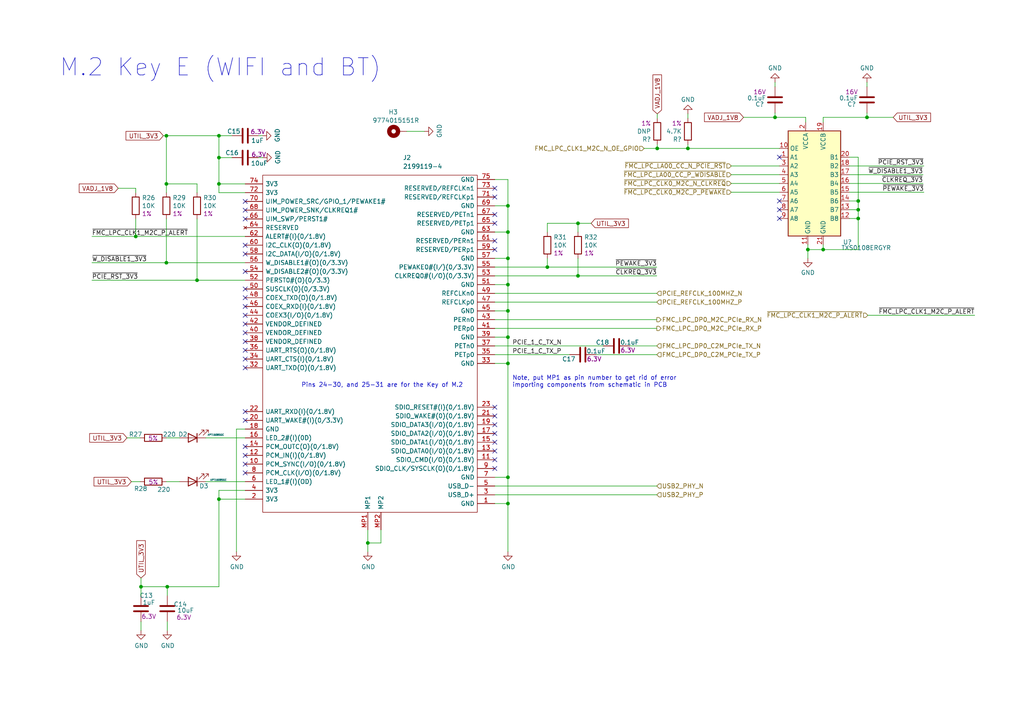
<source format=kicad_sch>
(kicad_sch (version 20230121) (generator eeschema)
  (paper "A4")
  (title_block (title "VincuLink FMC") (rev "1.0") (company "ApotheoTech LLC") (comment 1 "Author: Chance Reimer") (comment 2 "FMC for M.2 Key E") (comment 3 "Pi Hats, and Digilent PMOD connectors"))
  (lib_symbols
    (symbol "Device:C" (pin_numbers hide) (pin_names (offset 0.254))
      (property "Reference" "C" (at 0.635 2.54 0))
      (property "Value" "C" (at 0.635 -2.54 0))
      (symbol "C_0_1"
        (polyline (pts (xy -2.032 -0.762) (xy 2.032 -0.762)) (stroke (width 0.508)))
        (polyline (pts (xy -2.032 0.762) (xy 2.032 0.762)) (stroke (width 0.508)))
      )
      (symbol "C_1_1"
        (pin passive line (at 0 3.81 270) (length 2.794) (name "~") (number "1"))
        (pin passive line (at 0 -3.81 90) (length 2.794) (name "~") (number "2"))
      )
    )
    (symbol "Device:LED" (pin_numbers hide) (pin_names (offset 1.016) hide)
      (property "Reference" "D" (at 0 2.54 0))
      (property "Value" "LED" (at 0 -2.54 0))
      (symbol "LED_0_1"
        (polyline (pts (xy -1.27 -1.27) (xy -1.27 1.27)) (stroke (width 0.254)))
        (polyline (pts (xy -1.27 0) (xy 1.27 0)))
        (polyline (pts (xy 1.27 -1.27) (xy 1.27 1.27) (xy -1.27 0) (xy 1.27 -1.27)) (stroke (width 0.254)))
        (polyline (pts (xy -3.048 -0.762) (xy -4.572 -2.286) (xy -3.81 -2.286) (xy -4.572 -2.286) (xy -4.572 -1.524)))
        (polyline (pts (xy -1.778 -0.762) (xy -3.302 -2.286) (xy -2.54 -2.286) (xy -3.302 -2.286) (xy -3.302 -1.524)))
      )
      (symbol "LED_1_1"
        (pin passive line (at -3.81 0 0) (length 2.54) (name "K") (number "1"))
        (pin passive line (at 3.81 0 180) (length 2.54) (name "A") (number "2"))
      )
    )
    (symbol "Device:R" (pin_numbers hide) (pin_names (offset 0))
      (property "Reference" "R" (at 2.032 0 90))
      (property "Value" "R" (at 0 0 90))
      (symbol "R_0_1"
        (rectangle (start -1.016 -2.54) (end 1.016 2.54) (stroke (width 0.254)))
      )
      (symbol "R_1_1"
        (pin passive line (at 0 3.81 270) (length 1.27) (name "~") (number "1"))
        (pin passive line (at 0 -3.81 90) (length 1.27) (name "~") (number "2"))
      )
    )
    (symbol "pi_hat_lib:2199119-4" (pin_names (offset 0.762))
      (property "Reference" "J" (at 10.16 48.26 0))
      (property "Value" "2199119-4" (at 10.16 54.61 0))
      (symbol "2199119-4_0_0"
        (pin power_in line (at 36.83 -43.18 180) (length 5.08) (name "GND") (number "1"))
        (pin bidirectional line (at -35.56 -31.75 0) (length 5.08) (name "PCM_SYNC(I/O)(0/1.8V)") (number "10"))
        (pin passive line (at 36.83 -30.48 180) (length 5.08) (name "SDIO_CMD(I/O)(0/1.8V)") (number "11"))
        (pin power_in line (at -35.56 -41.91 0) (length 5.08) (name "3V3") (number "2"))
        (pin input line (at -35.56 -19.05 0) (length 5.08) (name "UART_WAKE#(I)(0/3.3V)") (number "20"))
        (pin passive line (at 36.83 -17.78 180) (length 5.08) (name "SDIO_WAKE#(0)(0/1.8V)") (number "21"))
        (pin input line (at -35.56 -16.51 0) (length 5.08) (name "UART_RXD(I)(0/1.8V)") (number "22"))
        (pin passive line (at 36.83 -15.24 180) (length 5.08) (name "SDIO_RESET#(I)(0/1.8V)") (number "23"))
        (pin passive line (at 36.83 -40.64 180) (length 5.08) (name "USB_D+") (number "3"))
        (pin output line (at -35.56 -3.81 0) (length 5.08) (name "UART_TXD(O)(0/1.8V)") (number "32"))
        (pin power_in line (at 36.83 -2.54 180) (length 5.08) (name "GND") (number "33"))
        (pin input line (at -35.56 -1.27 0) (length 5.08) (name "UART_CTS(I)(0/1.8V)") (number "34"))
        (pin passive line (at 36.83 0 180) (length 5.08) (name "PETp0") (number "35"))
        (pin output line (at -35.56 1.27 0) (length 5.08) (name "UART_RTS(O)(0/1.8V)") (number "36"))
        (pin passive line (at 36.83 2.54 180) (length 5.08) (name "PETn0") (number "37"))
        (pin passive line (at -35.56 3.81 0) (length 5.08) (name "VENDOR_DEFINED") (number "38"))
        (pin power_in line (at 36.83 5.08 180) (length 5.08) (name "GND") (number "39"))
        (pin power_in line (at -35.56 -39.37 0) (length 5.08) (name "3V3") (number "4"))
        (pin passive line (at -35.56 6.35 0) (length 5.08) (name "VENDOR_DEFINED") (number "40"))
        (pin passive line (at 36.83 7.62 180) (length 5.08) (name "PERp0") (number "41"))
        (pin passive line (at -35.56 8.89 0) (length 5.08) (name "VENDOR_DEFINED") (number "42"))
        (pin passive line (at 36.83 10.16 180) (length 5.08) (name "PERn0") (number "43"))
        (pin bidirectional line (at -35.56 11.43 0) (length 5.08) (name "COEX3(I/O)(0/1.8V)") (number "44"))
        (pin power_in line (at 36.83 12.7 180) (length 5.08) (name "GND") (number "45"))
        (pin input line (at -35.56 13.97 0) (length 5.08) (name "COEX_RXD(I)(0/1.8V)") (number "46"))
        (pin passive line (at 36.83 15.24 180) (length 5.08) (name "REFCLKp0") (number "47"))
        (pin output line (at -35.56 16.51 0) (length 5.08) (name "COEX_TXD(O)(0/1.8V)") (number "48"))
        (pin passive line (at 36.83 17.78 180) (length 5.08) (name "REFCLKn0") (number "49"))
        (pin passive line (at 36.83 -38.1 180) (length 5.08) (name "USB_D-") (number "5"))
        (pin output line (at -35.56 19.05 0) (length 5.08) (name "SUSCLK(0)(0/3.3V)") (number "50"))
        (pin power_in line (at 36.83 20.32 180) (length 5.08) (name "GND") (number "51"))
        (pin output line (at -35.56 21.59 0) (length 5.08) (name "PERST0#(O)(0/3.3)") (number "52"))
        (pin passive line (at 36.83 22.86 180) (length 5.08) (name "CLKREQ0#(I/O)(0/3.3V)") (number "53"))
        (pin output line (at -35.56 24.13 0) (length 5.08) (name "W_DISABLE2#(O)(0/3.3V)") (number "54"))
        (pin passive line (at 36.83 25.4 180) (length 5.08) (name "PEWAKE0#(I/)(0/3.3V)") (number "55"))
        (pin output line (at -35.56 26.67 0) (length 5.08) (name "W_DISABLE1#(O)(0/3.3V)") (number "56"))
        (pin power_in line (at 36.83 27.94 180) (length 5.08) (name "GND") (number "57"))
        (pin bidirectional line (at -35.56 29.21 0) (length 5.08) (name "I2C_DATA(I/O)(0/1.8V)") (number "58"))
        (pin passive line (at 36.83 30.48 180) (length 5.08) (name "RESERVED/PERp1") (number "59"))
        (pin input line (at -35.56 -36.83 0) (length 5.08) (name "LED_1#(I)(OD)") (number "6"))
        (pin output line (at -35.56 31.75 0) (length 5.08) (name "I2C_CLK(O)(0/1.8V)") (number "60"))
        (pin passive line (at 36.83 33.02 180) (length 5.08) (name "RESERVED/PERn1") (number "61"))
        (pin input line (at -35.56 34.29 0) (length 5.08) (name "ALERT#(I)(0/1.8V)") (number "62"))
        (pin power_in line (at 36.83 35.56 180) (length 5.08) (name "GND") (number "63"))
        (pin no_connect line (at -35.56 36.83 0) (length 5.08) (name "RESERVED") (number "64"))
        (pin passive line (at 36.83 38.1 180) (length 5.08) (name "RESERVED/PETp1") (number "65"))
        (pin passive line (at -35.56 39.37 0) (length 5.08) (name "UIM_SWP/PERST1#") (number "66"))
        (pin passive line (at 36.83 40.64 180) (length 5.08) (name "RESERVED/PETn1") (number "67"))
        (pin passive line (at -35.56 41.91 0) (length 5.08) (name "UIM_POWER_SNK/CLKREQ1#") (number "68"))
        (pin power_in line (at 36.83 43.18 180) (length 5.08) (name "GND") (number "69"))
        (pin power_in line (at 36.83 -35.56 180) (length 5.08) (name "GND") (number "7"))
        (pin passive line (at -35.56 44.45 0) (length 5.08) (name "UIM_POWER_SRC/GPIO_1/PEWAKE1#") (number "70"))
        (pin passive line (at 36.83 45.72 180) (length 5.08) (name "RESERVED/REFCLKp1") (number "71"))
        (pin power_in line (at -35.56 46.99 0) (length 5.08) (name "3V3") (number "72"))
        (pin passive line (at 36.83 48.26 180) (length 5.08) (name "RESERVED/REFCLKn1") (number "73"))
        (pin power_in line (at -35.56 49.53 0) (length 5.08) (name "3V3") (number "74"))
        (pin power_in line (at 36.83 50.8 180) (length 5.08) (name "GND") (number "75"))
        (pin bidirectional line (at -35.56 -34.29 0) (length 5.08) (name "PCM_CLK(I/O)(0/1.8V)") (number "8"))
        (pin passive line (at 36.83 -33.02 180) (length 5.08) (name "SDIO_CLK/SYSCLK(O)(0/1.8V)") (number "9"))
        (pin passive line (at 0 -50.8 90) (length 5.08) (name "MP1") (number "MP1"))
        (pin passive line (at 3.81 -50.8 90) (length 5.08) (name "MP2") (number "MP2"))
      )
      (symbol "2199119-4_0_1"
        (rectangle (start -30.48 52.07) (end 31.75 -45.72))
      )
      (symbol "2199119-4_1_1"
        (pin input line (at -35.56 -29.21 0) (length 5.08) (name "PCM_IN(I)(0/1.8V)") (number "12"))
        (pin passive line (at 36.83 -27.94 180) (length 5.08) (name "SDIO_DATA0(I/0)(0/1.8V)") (number "13"))
        (pin output line (at -35.56 -26.67 0) (length 5.08) (name "PCM_OUTC(O)(0/1.8V)") (number "14"))
        (pin passive line (at 36.83 -25.4 180) (length 5.08) (name "SDIO_DATA1(I/0)(0/1.8V)") (number "15"))
        (pin input line (at -35.56 -24.13 0) (length 5.08) (name "LED_2#(I)(0D)") (number "16"))
        (pin passive line (at 36.83 -22.86 180) (length 5.08) (name "SDIO_DATA2(I/0)(0/1.8V)") (number "17"))
        (pin power_in line (at -35.56 -21.59 0) (length 5.08) (name "GND") (number "18"))
        (pin passive line (at 36.83 -20.32 180) (length 5.08) (name "SDIO_DATA3(I/0)(0/1.8V)") (number "19"))
      )
    )
    (symbol "pi_hat_lib:9774015151R" (pin_numbers hide) (pin_names (offset 1.016) hide)
      (property "Reference" "H" (at 0 6.35 0))
      (property "Value" "9774015151R" (at 0 4.445 0))
      (symbol "9774015151R_0_1"
        (circle (center 0 1.27) (radius 1.27) (stroke (width 1.27)))
      )
      (symbol "9774015151R_1_1"
        (pin input line (at 0 -2.54 90) (length 2.54) (name "1") (number "1"))
      )
    )
    (symbol "pi_hat_lib:TXS0108EPW"
      (property "Reference" "U" (at -6.35 16.51 0))
      (property "Value" "TXS0108ERGYR" (at 3.81 16.51 0))
      (symbol "TXS0108EPW_0_1"
        (rectangle (start -7.62 15.24) (end 7.62 -15.24) (stroke (width 0.254)) (fill (type background)))
      )
      (symbol "TXS0108EPW_1_1"
        (pin bidirectional line (at -10.16 7.62 0) (length 2.54) (name "A1") (number "1"))
        (pin input line (at -10.16 10.16 0) (length 2.54) (name "OE") (number "10"))
        (pin power_in line (at -1.905 -17.78 90) (length 2.54) (name "GND") (number "11"))
        (pin bidirectional line (at 10.16 -10.16 180) (length 2.54) (name "B8") (number "12"))
        (pin bidirectional line (at 10.16 -7.62 180) (length 2.54) (name "B7") (number "13"))
        (pin bidirectional line (at 10.16 -5.08 180) (length 2.54) (name "B6") (number "14"))
        (pin bidirectional line (at 10.16 -2.54 180) (length 2.54) (name "B5") (number "15"))
        (pin bidirectional line (at 10.16 0 180) (length 2.54) (name "B4") (number "16"))
        (pin bidirectional line (at 10.16 2.54 180) (length 2.54) (name "B3") (number "17"))
        (pin bidirectional line (at 10.16 5.08 180) (length 2.54) (name "B2") (number "18"))
        (pin power_in line (at 2.54 17.78 270) (length 2.54) (name "VCCB") (number "19"))
        (pin power_in line (at -2.54 17.78 270) (length 2.54) (name "VCCA") (number "2"))
        (pin bidirectional line (at 10.16 7.62 180) (length 2.54) (name "B1") (number "20"))
        (pin power_in line (at 2.54 -17.78 90) (length 2.54) (name "GND") (number "21"))
        (pin bidirectional line (at -10.16 5.08 0) (length 2.54) (name "A2") (number "3"))
        (pin bidirectional line (at -10.16 2.54 0) (length 2.54) (name "A3") (number "4"))
        (pin bidirectional line (at -10.16 0 0) (length 2.54) (name "A4") (number "5"))
        (pin bidirectional line (at -10.16 -2.54 0) (length 2.54) (name "A5") (number "6"))
        (pin bidirectional line (at -10.16 -5.08 0) (length 2.54) (name "A6") (number "7"))
        (pin bidirectional line (at -10.16 -7.62 0) (length 2.54) (name "A7") (number "8"))
        (pin bidirectional line (at -10.16 -10.16 0) (length 2.54) (name "A8") (number "9"))
      )
    )
    (symbol "power:GND" (power) (pin_names (offset 0))
      (property "Value" "GND" (at 0 -3.81 0))
      (symbol "GND_0_1"
        (polyline (pts (xy 0 0) (xy 0 -1.27) (xy 1.27 -1.27) (xy 0 -2.54) (xy -1.27 -1.27) (xy 0 -1.27)))
      )
      (symbol "GND_1_1"
        (pin power_in line (at 0 0 270) (length 0) hide (name "GND") (number "1"))
      )
    )
  )
  (junction (at 48.26 39.37))
  (junction (at 199.517 43.053))
  (junction (at 147.32 90.17))
  (junction (at 238.76 72.39))
  (junction (at 48.26 76.2))
  (junction (at 147.32 74.93))
  (junction (at 190.627 43.053))
  (junction (at 39.37 68.58))
  (junction (at 48.26 53.34))
  (junction (at 147.32 82.55))
  (junction (at 106.68 157.48))
  (junction (at 158.75 77.47))
  (junction (at 234.315 72.39))
  (junction (at 248.92 63.373))
  (junction (at 224.79 34.036))
  (junction (at 248.92 58.293))
  (junction (at 147.32 97.79))
  (junction (at 251.46 34.036))
  (junction (at 40.894 170.18))
  (junction (at 63.5 144.78))
  (junction (at 63.5 39.37))
  (junction (at 167.64 80.01))
  (junction (at 147.32 146.05))
  (junction (at 147.32 67.31))
  (junction (at 147.32 105.41))
  (junction (at 63.5 45.72))
  (junction (at 147.32 59.69))
  (junction (at 167.64 64.77))
  (junction (at 248.92 60.833))
  (junction (at 57.15 81.28))
  (junction (at 48.514 170.18))
  (junction (at 147.32 138.43))
  (junction (at 63.5 53.34))
  (no_connect (at 71.12 99.06))
  (no_connect (at 143.51 54.61))
  (no_connect (at 71.12 137.16))
  (no_connect (at 143.51 62.23))
  (no_connect (at 71.12 93.98))
  (no_connect (at 71.12 106.68))
  (no_connect (at 71.12 73.66))
  (no_connect (at 71.12 91.44))
  (no_connect (at 71.12 71.12))
  (no_connect (at 71.12 101.6))
  (no_connect (at 71.12 88.9))
  (no_connect (at 143.51 69.85))
  (no_connect (at 71.12 119.38))
  (no_connect (at 71.12 78.74))
  (no_connect (at 143.51 118.11))
  (no_connect (at 143.51 72.39))
  (no_connect (at 71.12 86.36))
  (no_connect (at 226.06 60.833))
  (no_connect (at 71.12 58.42))
  (no_connect (at 71.12 132.08))
  (no_connect (at 71.12 96.52))
  (no_connect (at 143.51 128.27))
  (no_connect (at 71.12 129.54))
  (no_connect (at 71.12 121.92))
  (no_connect (at 226.06 58.293))
  (no_connect (at 71.12 134.62))
  (no_connect (at 143.51 123.19))
  (no_connect (at 143.51 133.35))
  (no_connect (at 143.51 64.77))
  (no_connect (at 143.51 130.81))
  (no_connect (at 71.12 60.96))
  (no_connect (at 71.12 63.5))
  (no_connect (at 71.12 104.14))
  (no_connect (at 143.51 135.89))
  (no_connect (at 226.06 45.593))
  (no_connect (at 143.51 120.65))
  (no_connect (at 71.12 83.82))
  (no_connect (at 143.51 57.15))
  (no_connect (at 226.06 63.373))
  (no_connect (at 143.51 125.73))
  (wire (pts (xy 238.76 34.036) (xy 251.46 34.036)))
  (wire (pts (xy 182.626 100.33) (xy 190.5 100.33)))
  (wire (pts (xy 147.32 74.93) (xy 143.51 74.93)))
  (wire (pts (xy 167.64 64.77) (xy 171.45 64.77)))
  (wire (pts (xy 47.371 39.37) (xy 48.26 39.37)))
  (wire (pts (xy 212.09 50.673) (xy 226.06 50.673)))
  (wire (pts (xy 248.92 60.833) (xy 248.92 63.373)))
  (wire (pts (xy 158.75 77.47) (xy 190.5 77.47)))
  (wire (pts (xy 63.5 142.24) (xy 71.12 142.24)))
  (wire (pts (xy 167.64 80.01) (xy 190.5 80.01)))
  (wire (pts (xy 147.32 82.55) (xy 147.32 90.17)))
  (wire (pts (xy 63.5 45.72) (xy 67.31 45.72)))
  (wire (pts (xy 48.26 63.5) (xy 48.26 76.2)))
  (wire (pts (xy 147.32 138.43) (xy 147.32 146.05)))
  (wire (pts (xy 147.32 67.31) (xy 147.32 74.93)))
  (wire (pts (xy 40.894 170.18) (xy 40.894 172.72)))
  (wire (pts (xy 147.32 82.55) (xy 143.51 82.55)))
  (wire (pts (xy 167.64 74.93) (xy 167.64 80.01)))
  (wire (pts (xy 147.32 67.31) (xy 143.51 67.31)))
  (wire (pts (xy 57.15 53.34) (xy 48.26 53.34)))
  (wire (pts (xy 147.32 138.43) (xy 143.51 138.43)))
  (wire (pts (xy 143.51 77.47) (xy 158.75 77.47)))
  (wire (pts (xy 63.5 45.72) (xy 63.5 39.37)))
  (wire (pts (xy 267.97 55.753) (xy 246.38 55.753)))
  (wire (pts (xy 59.69 139.7) (xy 71.12 139.7)))
  (wire (pts (xy 63.5 39.37) (xy 67.31 39.37)))
  (wire (pts (xy 248.92 58.293) (xy 246.38 58.293)))
  (wire (pts (xy 68.58 124.46) (xy 68.58 160.02)))
  (wire (pts (xy 251.46 32.766) (xy 251.46 34.036)))
  (wire (pts (xy 34.29 54.61) (xy 39.37 54.61)))
  (wire (pts (xy 63.5 45.72) (xy 63.5 53.34)))
  (wire (pts (xy 143.51 95.25) (xy 190.5 95.25)))
  (wire (pts (xy 57.15 63.5) (xy 57.15 81.28)))
  (wire (pts (xy 71.12 81.28) (xy 57.15 81.28)))
  (wire (pts (xy 48.26 53.34) (xy 48.26 55.88)))
  (wire (pts (xy 36.83 127) (xy 40.64 127)))
  (wire (pts (xy 238.76 70.993) (xy 238.76 72.39)))
  (wire (pts (xy 147.32 90.17) (xy 147.32 97.79)))
  (wire (pts (xy 234.315 70.993) (xy 234.315 72.39)))
  (wire (pts (xy 143.51 143.51) (xy 190.5 143.51)))
  (wire (pts (xy 190.627 43.053) (xy 199.517 43.053)))
  (wire (pts (xy 143.51 140.97) (xy 190.5 140.97)))
  (wire (pts (xy 63.5 144.78) (xy 63.5 170.18)))
  (wire (pts (xy 212.09 55.753) (xy 226.06 55.753)))
  (wire (pts (xy 40.894 170.18) (xy 40.894 167.64)))
  (wire (pts (xy 251.714 91.44) (xy 282.702 91.44)))
  (wire (pts (xy 143.51 100.33) (xy 175.006 100.33)))
  (wire (pts (xy 147.32 74.93) (xy 147.32 82.55)))
  (wire (pts (xy 167.64 64.77) (xy 167.64 67.31)))
  (wire (pts (xy 57.15 81.28) (xy 26.67 81.28)))
  (wire (pts (xy 63.5 53.34) (xy 63.5 55.88)))
  (wire (pts (xy 234.315 72.39) (xy 234.315 74.93)))
  (wire (pts (xy 158.75 74.93) (xy 158.75 77.47)))
  (wire (pts (xy 39.37 63.5) (xy 39.37 68.58)))
  (wire (pts (xy 57.15 55.88) (xy 57.15 53.34)))
  (wire (pts (xy 267.716 50.673) (xy 246.38 50.673)))
  (wire (pts (xy 248.92 45.593) (xy 248.92 58.293)))
  (wire (pts (xy 39.37 54.61) (xy 39.37 55.88)))
  (wire (pts (xy 48.514 170.18) (xy 40.894 170.18)))
  (wire (pts (xy 143.51 85.09) (xy 190.5 85.09)))
  (wire (pts (xy 224.79 34.036) (xy 233.68 34.036)))
  (wire (pts (xy 143.51 52.07) (xy 147.32 52.07)))
  (wire (pts (xy 238.76 34.036) (xy 238.76 35.433)))
  (wire (pts (xy 251.46 34.036) (xy 259.08 34.036)))
  (wire (pts (xy 190.627 33.02) (xy 190.627 34.29)))
  (wire (pts (xy 76.2 45.72) (xy 74.93 45.72)))
  (wire (pts (xy 74.93 39.37) (xy 76.073 39.37)))
  (wire (pts (xy 233.68 35.433) (xy 233.68 34.036)))
  (wire (pts (xy 147.32 90.17) (xy 143.51 90.17)))
  (wire (pts (xy 48.514 172.72) (xy 48.514 170.18)))
  (wire (pts (xy 158.75 67.31) (xy 158.75 64.77)))
  (wire (pts (xy 117.983 38.1) (xy 123.063 38.1)))
  (wire (pts (xy 190.5 102.87) (xy 172.847 102.87)))
  (wire (pts (xy 224.79 25.146) (xy 224.79 23.876)))
  (wire (pts (xy 246.38 45.593) (xy 248.92 45.593)))
  (wire (pts (xy 147.32 105.41) (xy 147.32 138.43)))
  (wire (pts (xy 63.5 144.78) (xy 63.5 142.24)))
  (wire (pts (xy 147.32 97.79) (xy 147.32 105.41)))
  (wire (pts (xy 199.517 43.053) (xy 226.06 43.053)))
  (wire (pts (xy 143.51 92.71) (xy 190.5 92.71)))
  (wire (pts (xy 38.1 139.7) (xy 40.64 139.7)))
  (wire (pts (xy 246.38 60.833) (xy 248.92 60.833)))
  (wire (pts (xy 147.32 160.02) (xy 147.32 146.05)))
  (wire (pts (xy 158.75 64.77) (xy 167.64 64.77)))
  (wire (pts (xy 147.32 146.05) (xy 143.51 146.05)))
  (wire (pts (xy 63.5 53.34) (xy 71.12 53.34)))
  (wire (pts (xy 106.68 157.48) (xy 106.68 160.02)))
  (wire (pts (xy 71.12 144.78) (xy 63.5 144.78)))
  (wire (pts (xy 147.32 97.79) (xy 143.51 97.79)))
  (wire (pts (xy 251.46 25.146) (xy 251.46 23.876)))
  (wire (pts (xy 71.12 68.58) (xy 39.37 68.58)))
  (wire (pts (xy 106.68 157.48) (xy 110.49 157.48)))
  (wire (pts (xy 48.26 139.7) (xy 52.07 139.7)))
  (wire (pts (xy 63.5 55.88) (xy 71.12 55.88)))
  (wire (pts (xy 143.51 102.87) (xy 165.227 102.87)))
  (wire (pts (xy 110.49 157.48) (xy 110.49 153.67)))
  (wire (pts (xy 267.716 53.213) (xy 246.38 53.213)))
  (wire (pts (xy 224.79 32.766) (xy 224.79 34.036)))
  (wire (pts (xy 48.26 127) (xy 52.07 127)))
  (wire (pts (xy 212.09 53.213) (xy 226.06 53.213)))
  (wire (pts (xy 143.51 87.63) (xy 190.5 87.63)))
  (wire (pts (xy 248.92 63.373) (xy 248.92 72.39)))
  (wire (pts (xy 48.26 39.37) (xy 48.26 53.34)))
  (wire (pts (xy 48.514 170.18) (xy 63.5 170.18)))
  (wire (pts (xy 147.32 59.69) (xy 147.32 67.31)))
  (wire (pts (xy 190.627 41.91) (xy 190.627 43.053)))
  (wire (pts (xy 59.69 127) (xy 71.12 127)))
  (wire (pts (xy 199.517 41.91) (xy 199.517 43.053)))
  (wire (pts (xy 147.32 52.07) (xy 147.32 59.69)))
  (wire (pts (xy 48.26 39.37) (xy 63.5 39.37)))
  (wire (pts (xy 199.517 33.02) (xy 199.517 34.29)))
  (wire (pts (xy 71.12 76.2) (xy 48.26 76.2)))
  (wire (pts (xy 40.894 180.34) (xy 40.894 182.88)))
  (wire (pts (xy 267.97 48.133) (xy 246.38 48.133)))
  (wire (pts (xy 248.92 63.373) (xy 246.38 63.373)))
  (wire (pts (xy 48.26 76.2) (xy 26.67 76.2)))
  (wire (pts (xy 143.51 80.01) (xy 167.64 80.01)))
  (wire (pts (xy 238.76 72.39) (xy 234.315 72.39)))
  (wire (pts (xy 147.32 105.41) (xy 143.51 105.41)))
  (wire (pts (xy 186.817 43.053) (xy 190.627 43.053)))
  (wire (pts (xy 248.92 58.293) (xy 248.92 60.833)))
  (wire (pts (xy 39.37 68.58) (xy 26.67 68.58)))
  (wire (pts (xy 215.646 34.036) (xy 224.79 34.036)))
  (wire (pts (xy 48.514 180.34) (xy 48.514 182.88)))
  (wire (pts (xy 248.92 72.39) (xy 238.76 72.39)))
  (wire (pts (xy 106.68 153.67) (xy 106.68 157.48)))
  (wire (pts (xy 71.12 124.46) (xy 68.58 124.46)))
  (wire (pts (xy 212.09 48.133) (xy 226.06 48.133)))
  (wire (pts (xy 147.32 59.69) (xy 143.51 59.69)))
  (text "Pins 24-30, and 25-31 are for the Key of M.2" (at 87.376 112.522 0) (effects (font (size 1.27 1.27)) (justify left bottom)))
  (text "M.2 Key E (WIFI and BT)" (at 17.145 22.606 0) (effects (font (size 5 5)) (justify left bottom)))
  (text "Note, put MP1 as pin number to get rid of error\nimporting components from schematic in PCB" (at 148.59 112.522 0) (effects (font (size 1.27 1.27)) (justify left bottom)))
  (label "~{W_DISABLE1_3V3}" (at 26.67 76.2 0))
  (label "~{PCIE_RST_3V3}" (at 26.67 81.28 0))
  (label "~{CLKREQ_3V3}" (at 190.5 80.01 180))
  (label "PCIE_1_C_TX_N" (at 148.59 100.33 0))
  (label "~{PCIE_RST_3V3}" (at 267.97 48.133 180))
  (label "~{CLKREQ_3V3}" (at 267.716 53.213 180))
  (label "~{W_DISABLE1_3V3}" (at 267.716 50.673 180))
  (label "~{FMC_LPC_CLK1_M2C_P_ALERT}" (at 26.67 68.58 0))
  (label "~{FMC_LPC_CLK1_M2C_P_ALERT}" (at 282.702 91.44 180))
  (label "~{PEWAKE_3V3}" (at 267.97 55.753 180))
  (label "~{PEWAKE_3V3}" (at 190.5 77.47 180))
  (label "PCIE_1_C_TX_P" (at 148.59 102.87 0))
  (global_label "UTIL_3V3" (shape input) (at 47.371 39.37 180) (property "Intersheetrefs" "${INTERSHEET_REFS}" (effects hide)))
  (global_label "VADJ_1V8" (shape input) (at 190.627 33.02 90) (property "Intersheetrefs" "${INTERSHEET_REFS}" (effects hide)))
  (global_label "VADJ_1V8" (shape input) (at 215.646 34.036 180) (property "Intersheetrefs" "${INTERSHEET_REFS}" (effects hide)))
  (global_label "UTIL_3V3" (shape input) (at 40.894 167.64 90) (property "Intersheetrefs" "${INTERSHEET_REFS}" (effects hide)))
  (global_label "UTIL_3V3" (shape input) (at 36.83 127 180) (property "Intersheetrefs" "${INTERSHEET_REFS}" (effects hide)))
  (global_label "VADJ_1V8" (shape input) (at 34.29 54.61 180) (property "Intersheetrefs" "${INTERSHEET_REFS}" (effects hide)))
  (global_label "UTIL_3V3" (shape input) (at 38.1 139.7 180) (property "Intersheetrefs" "${INTERSHEET_REFS}" (effects hide)))
  (global_label "UTIL_3V3" (shape input) (at 171.45 64.77 0) (property "Intersheetrefs" "${INTERSHEET_REFS}" (effects hide)))
  (global_label "UTIL_3V3" (shape input) (at 259.08 34.036 0) (property "Intersheetrefs" "${INTERSHEET_REFS}" (effects hide)))
  (hierarchical_label "USB2_PHY_N" (shape input) (at 190.5 140.97 0))
  (hierarchical_label "USB2_PHY_P" (shape input) (at 190.5 143.51 0))
  (hierarchical_label "~{FMC_LPC_LA00_CC_N_PCIE_RST}" (shape input) (at 212.09 48.133 180))
  (hierarchical_label "~{FMC_LPC_CLK1_M2C_P_ALERT}" (shape input) (at 251.714 91.44 180))
  (hierarchical_label "FMC_LPC_DP0_M2C_PCIe_RX_N" (shape output) (at 190.5 92.71 0))
  (hierarchical_label "~{FMC_LPC_CLK0_M2C_P_PEWAKE}" (shape input) (at 212.09 55.753 180))
  (hierarchical_label "FMC_LPC_DP0_M2C_PCIe_RX_P" (shape output) (at 190.5 95.25 0))
  (hierarchical_label "~{FMC_LPC_CLK0_M2C_N_CLKREQ}" (shape input) (at 212.09 53.213 180))
  (hierarchical_label "FMC_LPC_DP0_C2M_PCIe_TX_P" (shape input) (at 190.5 102.87 0))
  (hierarchical_label "FMC_LPC_CLK1_M2C_N_OE_GPIO" (shape input) (at 186.817 43.053 180))
  (hierarchical_label "PCIE_REFCLK_100MHZ_N" (shape input) (at 190.5 85.09 0))
  (hierarchical_label "~{FMC_LPC_LA00_CC_P_WDISABLE}" (shape input) (at 212.09 50.673 180))
  (hierarchical_label "PCIE_REFCLK_100MHZ_P" (shape input) (at 190.5 87.63 0))
  (hierarchical_label "FMC_LPC_DP0_C2M_PCIe_TX_N" (shape input) (at 190.5 100.33 0))
  (symbol (lib_id "pi_hat_lib:2199119-4") (at 106.68 102.87 0) (unit 1)
    (property "Reference" "J2" (at 116.84 45.72 0) (effects (justify left)))
    (property "Value" "2199119-4" (at 116.84 48.26 0) (effects (justify left)))
    (property "Footprint" "apotheotech_lib:2199119-4" (effects hide))
    (property "Description" "AMP - TE CONNECTIVITY - 2199119-3 - CONNECTOR, BACKPLANE, HOUSING, RECEPTACLE, 67 POSITION, 2ROW" (effects hide))
    (property "Height" "3.2" (effects hide))
    (property "Mouser Part Number" "571-2199119-4" (effects hide))
    (property "Mouser Price/Stock" "https://www.mouser.com/ProductDetail/TE-Connectivity/2199119-4/?qs=EQCnRgr4b6HleVSqFeBacg%3D%3D" (effects hide))
    (property "Manufacturer_Name" "TE Connectivity" (effects hide))
    (property "Manufacturer_Part_Number" "2199119-4" (effects hide))
    (instances (project "pi_hat" (path "" (reference "J2") (unit 1))) (project "Xavier_NX_Carrier_Board" (path "" (reference "J?") (unit 1))))
  )
  (symbol (lib_id "power:GND") (at 106.68 160.02 0) (unit 1)
    (property "Reference" "#PWR032" (effects hide))
    (property "Value" "GND" (at 106.807 164.4142 0))
  )
  (symbol (lib_id "power:GND") (at 147.32 160.02 0) (unit 1)
    (property "Reference" "#PWR034" (effects hide))
    (property "Value" "GND" (at 147.447 164.4142 0))
  )
  (symbol (lib_id "power:GND") (at 68.58 160.02 0) (unit 1)
    (property "Reference" "#PWR029" (effects hide))
    (property "Value" "GND" (at 68.707 164.4142 0))
  )
  (symbol (lib_id "Device:C") (at 178.816 100.33 90) (unit 1)
    (property "Reference" "C18" (at 174.752 99.314 90))
    (property "Value" "0.1uF" (at 182.626 99.314 90))
    (property "Footprint" "Capacitor_SMD:C_0402_1005Metric" (effects hide))
    (property "PartNumber" "C1005X5R0J104K050BA" (effects hide))
    (property "Tol" "10" (effects hide))
    (property "Voltage" "6.3V" (at 182.118 101.6 90))
    (instances (project "pi_hat" (path "" (reference "C18") (unit 1))) (project "Xavier_NX_Carrier_Board" (path "" (reference "C?") (unit 1)) (path "" (reference "C?") (unit 1))))
  )
  (symbol (lib_id "Device:C") (at 169.037 102.87 90) (unit 1)
    (property "Reference" "C17" (at 164.973 104.14 90))
    (property "Value" "0.1uF" (at 172.847 101.854 90))
    (property "Footprint" "Capacitor_SMD:C_0402_1005Metric" (effects hide))
    (property "PartNumber" "C1005X5R0J104K050BA" (effects hide))
    (property "Tol" "10" (effects hide))
    (property "Voltage" "6.3V" (at 172.339 104.14 90))
    (instances (project "pi_hat" (path "" (reference "C17") (unit 1))) (project "Xavier_NX_Carrier_Board" (path "" (reference "C?") (unit 1)) (path "" (reference "C?") (unit 1))))
  )
  (symbol (lib_id "Device:R") (at 44.45 139.7 270) (unit 1)
    (property "Reference" "R28" (at 38.862 141.732 90) (effects (justify left)))
    (property "Value" "220" (at 45.593 141.986 90) (effects (justify left)))
    (property "Footprint" "Resistor_SMD:R_0402_1005Metric" (effects hide))
    (property "PartNumber" "RC0402JR-07220RL" (effects hide))
    (property "Tol" "5%" (at 43.053 139.827 90) (effects (justify left)))
    (instances (project "pi_hat" (path "" (reference "R28") (unit 1))) (project "Xavier_NX_Carrier_Board" (path "" (reference "R?") (unit 1)) (path "" (reference "R?") (unit 1))))
  )
  (symbol (lib_id "Device:LED") (at 55.88 139.7 180) (unit 1)
    (property "Reference" "D3" (at 57.785 140.97 0) (effects (justify right)))
    (property "Value" "APT1608SGC" (at 60.96 139.192 0) (effects (font (size 0.5 0.5)) (justify right)))
    (property "Footprint" "LED_SMD:LED_0603_1608Metric" (effects hide))
    (instances (project "pi_hat" (path "" (reference "D3") (unit 1))) (project "Xavier_NX_Carrier_Board" (path "" (reference "D?") (unit 1)) (path "" (reference "D?") (unit 1))))
  )
  (symbol (lib_id "Device:R") (at 44.45 127 90) (unit 1)
    (property "Reference" "R27" (at 41.275 125.984 90) (effects (justify left)))
    (property "Value" "220" (at 51.054 125.984 90) (effects (justify left)))
    (property "Footprint" "Resistor_SMD:R_0402_1005Metric" (effects hide))
    (property "PartNumber" "RC0402JR-07220RL" (effects hide))
    (property "Tol" "5%" (at 45.847 127.127 90) (effects (justify left)))
    (instances (project "pi_hat" (path "" (reference "R27") (unit 1))) (project "Xavier_NX_Carrier_Board" (path "" (reference "R?") (unit 1)) (path "" (reference "R?") (unit 1))))
  )
  (symbol (lib_id "Device:LED") (at 55.88 127 180) (unit 1)
    (property "Reference" "D2" (at 51.689 125.984 0) (effects (justify right)))
    (property "Value" "APT1608SGC" (at 60.198 126.111 0) (effects (font (size 0.5 0.5)) (justify right)))
    (property "Footprint" "LED_SMD:LED_0603_1608Metric" (effects hide))
    (instances (project "pi_hat" (path "" (reference "D2") (unit 1))) (project "Xavier_NX_Carrier_Board" (path "" (reference "D?") (unit 1)) (path "" (reference "D?") (unit 1))))
  )
  (symbol (lib_id "Device:C") (at 71.12 45.72 90) (unit 1)
    (property "Reference" "C16" (at 67.31 44.323 90))
    (property "Value" "10uF" (at 75.184 47.371 90))
    (property "Footprint" "Capacitor_SMD:C_0603_1608Metric" (effects hide))
    (property "PartNumber" "06036D106MAT2A" (effects hide))
    (property "Tol" "20" (effects hide))
    (property "Voltage" "6.3V" (at 75.057 44.831 90))
    (instances (project "pi_hat" (path "" (reference "C16") (unit 1))) (project "Xavier_NX_Carrier_Board" (path "" (reference "C?") (unit 1)) (path "" (reference "C?") (unit 1)) (path "" (reference "C?") (unit 1))))
  )
  (symbol (lib_id "Device:C") (at 71.12 39.37 90) (unit 1)
    (property "Reference" "C15" (at 67.818 38.1 90))
    (property "Value" "1uF" (at 74.676 40.767 90))
    (property "Footprint" "Capacitor_SMD:C_0402_1005Metric" (effects hide))
    (property "PartNumber" "C0402C105Z9VACTU" (effects hide))
    (property "Tol" "10" (effects hide))
    (property "Voltage" "6.3V" (at 74.803 38.227 90))
    (instances (project "pi_hat" (path "" (reference "C15") (unit 1))) (project "Xavier_NX_Carrier_Board" (path "" (reference "C?") (unit 1)) (path "" (reference "C?") (unit 1)) (path "" (reference "C?") (unit 1)) (path "" (reference "C?") (unit 1)) (path "" (reference "C?") (unit 1))))
  )
  (symbol (lib_id "power:GND") (at 76.073 39.37 90) (unit 1)
    (property "Reference" "#PWR030" (effects hide))
    (property "Value" "GND" (at 80.4672 39.243 0))
  )
  (symbol (lib_id "power:GND") (at 76.2 45.72 90) (unit 1)
    (property "Reference" "#PWR031" (effects hide))
    (property "Value" "GND" (at 80.5942 45.593 0))
  )
  (symbol (lib_id "Device:C") (at 48.514 176.53 180) (unit 1)
    (property "Reference" "C14" (at 52.324 175.26 0))
    (property "Value" "10uF" (at 53.848 177.038 0))
    (property "Footprint" "Capacitor_SMD:C_0603_1608Metric" (effects hide))
    (property "PartNumber" "06036D106MAT2A" (effects hide))
    (property "Tol" "20" (effects hide))
    (property "Voltage" "6.3V" (at 53.34 179.07 0))
    (instances (project "pi_hat" (path "" (reference "C14") (unit 1))) (project "Xavier_NX_Carrier_Board" (path "" (reference "C?") (unit 1)) (path "" (reference "C?") (unit 1)) (path "" (reference "C?") (unit 1))))
  )
  (symbol (lib_id "Device:C") (at 40.894 176.53 180) (unit 1)
    (property "Reference" "C13" (at 42.418 172.72 0))
    (property "Value" "1uF" (at 43.18 174.752 0))
    (property "Footprint" "Capacitor_SMD:C_0402_1005Metric" (effects hide))
    (property "PartNumber" "C0402C105Z9VACTU" (effects hide))
    (property "Tol" "10" (effects hide))
    (property "Voltage" "6.3V" (at 43.18 178.816 0))
    (instances (project "pi_hat" (path "" (reference "C13") (unit 1))) (project "Xavier_NX_Carrier_Board" (path "" (reference "C?") (unit 1)) (path "" (reference "C?") (unit 1)) (path "" (reference "C?") (unit 1)) (path "" (reference "C?") (unit 1)) (path "" (reference "C?") (unit 1))))
  )
  (symbol (lib_id "power:GND") (at 48.514 182.88 0) (unit 1)
    (property "Reference" "#PWR028" (effects hide))
    (property "Value" "GND" (at 48.641 187.2742 0))
  )
  (symbol (lib_id "power:GND") (at 40.894 182.88 0) (unit 1)
    (property "Reference" "#PWR027" (effects hide))
    (property "Value" "GND" (at 41.021 187.2742 0))
  )
  (symbol (lib_id "pi_hat_lib:9774015151R") (at 115.443 38.1 90) (unit 1)
    (property "Reference" "H3" (at 114.046 32.512 90))
    (property "Value" "9774015151R" (at 114.808 34.925 90))
    (property "Footprint" "apotheotech_lib:9774015151R" (effects hide))
    (property "Field4" "9774040151" (effects hide))
    (instances (project "pi_hat" (path "" (reference "H3") (unit 1))) (project "Xavier_NX_Carrier_Board" (path "" (reference "H?") (unit 1))))
  )
  (symbol (lib_id "power:GND") (at 123.063 38.1 90) (unit 1)
    (property "Reference" "#PWR033" (effects hide))
    (property "Value" "GND" (at 127.4572 37.973 0))
  )
  (symbol (lib_id "Device:R") (at 57.15 59.69 0) (unit 1)
    (property "Reference" "R30" (at 58.928 57.3786 0) (effects (justify left)))
    (property "Value" "10K" (at 58.928 59.69 0) (effects (justify left)))
    (property "Footprint" "Resistor_SMD:R_0402_1005Metric" (effects hide))
    (property "Tolerance" "1%" (at 58.928 62.0014 0) (effects (justify left)))
    (property "Power" "1/10W" (effects hide))
    (property "PartNumber" "ERJ-2RKF1002X" (effects hide))
    (property "URL" "https://www.digikey.com/en/products/detail/panasonic-electronic-components/ERJ-2RKF1002X/192073" (effects hide))
    (instances (project "pi_hat" (path "" (reference "R30") (unit 1))) (project "APT-KRIA-FMC" (path "" (reference "R?") (unit 1)) (path "" (reference "R?") (unit 1)) (path "" (reference "R?") (unit 1)) (path "" (reference "R?") (unit 1)) (path "" (reference "R?") (unit 1))))
  )
  (symbol (lib_id "Device:R") (at 167.64 71.12 0) (unit 1)
    (property "Reference" "R32" (at 169.418 68.8086 0) (effects (justify left)))
    (property "Value" "10K" (at 169.418 71.12 0) (effects (justify left)))
    (property "Footprint" "Resistor_SMD:R_0402_1005Metric" (effects hide))
    (property "Tolerance" "1%" (at 169.418 73.4314 0) (effects (justify left)))
    (property "Power" "1/10W" (effects hide))
    (property "PartNumber" "ERJ-2RKF1002X" (effects hide))
    (property "URL" "https://www.digikey.com/en/products/detail/panasonic-electronic-components/ERJ-2RKF1002X/192073" (effects hide))
    (instances (project "pi_hat" (path "" (reference "R32") (unit 1))) (project "APT-KRIA-FMC" (path "" (reference "R?") (unit 1)) (path "" (reference "R?") (unit 1)) (path "" (reference "R?") (unit 1)) (path "" (reference "R?") (unit 1)) (path "" (reference "R?") (unit 1))))
  )
  (symbol (lib_id "Device:R") (at 199.517 38.1 180) (unit 1)
    (property "Reference" "R?" (at 197.739 40.4114 0) (effects (justify left)))
    (property "Value" "4.7K" (at 197.739 38.1 0) (effects (justify left)))
    (property "Footprint" "Resistor_SMD:R_0402_1005Metric" (effects hide))
    (property "Tolerance" "1%" (at 197.739 35.7886 0) (effects (justify left)))
    (property "PartNumber" "CRCW04024K70FKED" (effects hide))
    (instances (project "pi_hat" (path "" (reference "R?") (unit 1)) (path "" (reference "R?") (unit 1)) (path "" (reference "R?") (unit 1)) (path "" (reference "R37") (unit 1)) (path "" (reference "R55") (unit 1))) (project "zcu104_lpc_daughter_card" (path "" (reference "R?") (unit 1)) (path "" (reference "R?") (unit 1))))
  )
  (symbol (lib_id "Device:R") (at 190.627 38.1 180) (unit 1)
    (property "Reference" "R?" (at 188.849 40.4114 0) (effects (justify left)))
    (property "Value" "DNP" (at 188.849 38.1 0) (effects (justify left)))
    (property "Footprint" "Resistor_SMD:R_0402_1005Metric" (effects hide))
    (property "Tolerance" "1%" (at 188.849 35.7886 0) (effects (justify left)))
    (property "PartNumber" "CRCW04024K70FKED" (effects hide))
    (instances (project "pi_hat" (path "" (reference "R?") (unit 1)) (path "" (reference "R?") (unit 1)) (path "" (reference "R?") (unit 1)) (path "" (reference "R36") (unit 1)) (path "" (reference "R54") (unit 1))) (project "zcu104_lpc_daughter_card" (path "" (reference "R?") (unit 1)) (path "" (reference "R?") (unit 1))))
  )
  (symbol (lib_id "Device:C") (at 224.79 28.956 0) (unit 1)
    (property "Reference" "C?" (at 220.345 30.226 0))
    (property "Value" "0.1uF" (at 219.456 28.448 0))
    (property "Footprint" "Capacitor_SMD:C_0402_1005Metric" (effects hide))
    (property "PartNumber" "EMK105B7104KV-F" (effects hide))
    (property "Tolerance" "+-10%" (effects hide))
    (property "Voltage" "16V" (at 220.345 26.67 0))
    (property "Temp_Val" "X7R" (effects hide))
    (property "URL" "https://www.digikey.com/product-detail/en/taiyo-yuden/EMK105B7104KV-F/587-1451-1-ND/1004082" (effects hide))
    (instances (project "pi_hat" (path "" (reference "C?") (unit 1)) (path "" (reference "C?") (unit 1)) (path "" (reference "C19") (unit 1))) (project "zcu104_lpc_daughter_card" (path "" (reference "C?") (unit 1)) (path "" (reference "C?") (unit 1))))
  )
  (symbol (lib_id "Device:R") (at 48.26 59.69 0) (unit 1)
    (property "Reference" "R29" (at 50.038 57.3786 0) (effects (justify left)))
    (property "Value" "10K" (at 50.038 59.69 0) (effects (justify left)))
    (property "Footprint" "Resistor_SMD:R_0402_1005Metric" (effects hide))
    (property "Tolerance" "1%" (at 50.038 62.0014 0) (effects (justify left)))
    (property "Power" "1/10W" (effects hide))
    (property "PartNumber" "ERJ-2RKF1002X" (effects hide))
    (property "URL" "https://www.digikey.com/en/products/detail/panasonic-electronic-components/ERJ-2RKF1002X/192073" (effects hide))
    (instances (project "pi_hat" (path "" (reference "R29") (unit 1))) (project "APT-KRIA-FMC" (path "" (reference "R?") (unit 1)) (path "" (reference "R?") (unit 1)) (path "" (reference "R?") (unit 1)) (path "" (reference "R?") (unit 1)) (path "" (reference "R?") (unit 1))))
  )
  (symbol (lib_id "power:GND") (at 251.46 23.876 180) (unit 1)
    (property "Reference" "#PWR?" (effects hide))
    (property "Value" "GND" (at 251.46 19.7405 0))
    (instances (project "pi_hat" (path "" (reference "#PWR?") (unit 1)) (path "" (reference "#PWR037") (unit 1))))
  )
  (symbol (lib_id "Device:C") (at 251.46 28.956 0) (unit 1)
    (property "Reference" "C?" (at 247.015 30.226 0))
    (property "Value" "0.1uF" (at 246.126 28.448 0))
    (property "Footprint" "Capacitor_SMD:C_0402_1005Metric" (effects hide))
    (property "PartNumber" "EMK105B7104KV-F" (effects hide))
    (property "Tolerance" "+-10%" (effects hide))
    (property "Voltage" "16V" (at 247.015 26.67 0))
    (property "Temp_Val" "X7R" (effects hide))
    (property "URL" "https://www.digikey.com/product-detail/en/taiyo-yuden/EMK105B7104KV-F/587-1451-1-ND/1004082" (effects hide))
    (instances (project "pi_hat" (path "" (reference "C?") (unit 1)) (path "" (reference "C?") (unit 1)) (path "" (reference "C20") (unit 1))) (project "zcu104_lpc_daughter_card" (path "" (reference "C?") (unit 1)) (path "" (reference "C?") (unit 1))))
  )
  (symbol (lib_id "Device:R") (at 158.75 71.12 0) (unit 1)
    (property "Reference" "R31" (at 160.528 68.8086 0) (effects (justify left)))
    (property "Value" "10K" (at 160.528 71.12 0) (effects (justify left)))
    (property "Footprint" "Resistor_SMD:R_0402_1005Metric" (effects hide))
    (property "Tolerance" "1%" (at 160.528 73.4314 0) (effects (justify left)))
    (property "Power" "1/10W" (effects hide))
    (property "PartNumber" "ERJ-2RKF1002X" (effects hide))
    (property "URL" "https://www.digikey.com/en/products/detail/panasonic-electronic-components/ERJ-2RKF1002X/192073" (effects hide))
    (instances (project "pi_hat" (path "" (reference "R31") (unit 1))) (project "APT-KRIA-FMC" (path "" (reference "R?") (unit 1)) (path "" (reference "R?") (unit 1)) (path "" (reference "R?") (unit 1)) (path "" (reference "R?") (unit 1)) (path "" (reference "R?") (unit 1))))
  )
  (symbol (lib_id "Device:R") (at 39.37 59.69 0) (unit 1)
    (property "Reference" "R26" (at 41.148 57.3786 0) (effects (justify left)))
    (property "Value" "10K" (at 41.148 59.69 0) (effects (justify left)))
    (property "Footprint" "Resistor_SMD:R_0402_1005Metric" (effects hide))
    (property "Tolerance" "1%" (at 41.148 62.0014 0) (effects (justify left)))
    (property "Power" "1/10W" (effects hide))
    (property "PartNumber" "ERJ-2RKF1002X" (effects hide))
    (property "URL" "https://www.digikey.com/en/products/detail/panasonic-electronic-components/ERJ-2RKF1002X/192073" (effects hide))
    (instances (project "pi_hat" (path "" (reference "R26") (unit 1))) (project "APT-KRIA-FMC" (path "" (reference "R?") (unit 1)) (path "" (reference "R?") (unit 1)) (path "" (reference "R?") (unit 1)) (path "" (reference "R?") (unit 1)) (path "" (reference "R?") (unit 1))))
  )
  (symbol (lib_id "power:GND") (at 224.79 23.876 180) (unit 1)
    (property "Reference" "#PWR?" (effects hide))
    (property "Value" "GND" (at 224.79 19.7405 0))
    (instances (project "pi_hat" (path "" (reference "#PWR?") (unit 1)) (path "" (reference "#PWR035") (unit 1))))
  )
  (symbol (lib_id "power:GND") (at 234.315 74.93 0) (unit 1)
    (property "Reference" "#PWR?" (effects hide))
    (property "Value" "GND" (at 234.315 79.0655 0))
    (instances (project "pi_hat" (path "" (reference "#PWR?") (unit 1)) (path "" (reference "#PWR036") (unit 1))))
  )
  (symbol (lib_id "power:GND") (at 199.517 33.02 180) (unit 1)
    (property "Reference" "#PWR045" (effects hide))
    (property "Value" "GND" (at 199.517 28.8845 0))
    (instances (project "pi_hat" (path "" (reference "#PWR045") (unit 1)) (path "" (reference "#PWR?") (unit 1)) (path "" (reference "#PWR080") (unit 1))))
  )
  (symbol (lib_id "pi_hat_lib:TXS0108EPW") (at 236.22 53.213 0) (unit 1)
    (property "Reference" "U?" (at 244.475 70.231 0) (effects (justify left)))
    (property "Value" "TXS0108ERGYR" (at 243.967 71.882 0) (effects (justify left)))
    (property "Footprint" "apotheotech_lib:TI_VQFN_RGY0020A" (effects hide))
    (property "Datasheet" "www.ti.com/lit/ds/symlink/txs0108e.pdf" (effects hide))
    (instances (project "pi_hat" (path "" (reference "U?") (unit 1)) (path "" (reference "U3") (unit 1))))
  )
)
</source>
